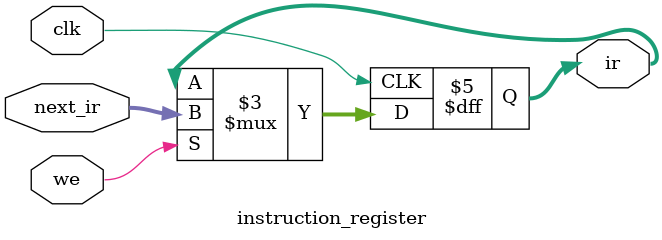
<source format=v>
module instruction_register(clk, we, next_ir, ir);
   input clk, we;
   input [31:0] next_ir;
   output reg [31:0] ir;

   always @(posedge clk) begin
      if (we == 1'b1) begin
	 ir <= next_ir;
      end
   end
endmodule

</source>
